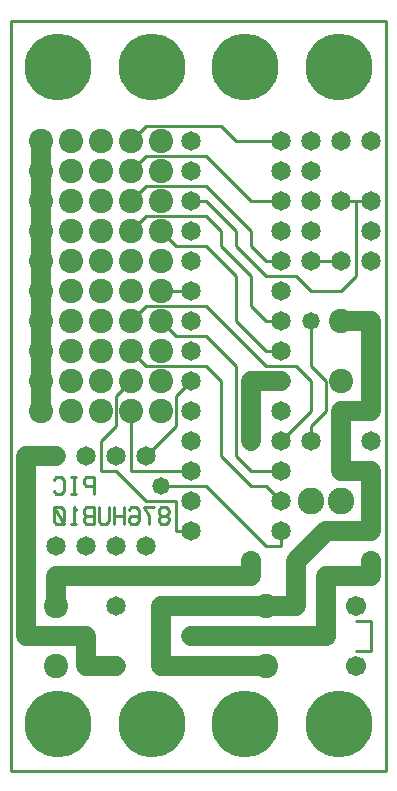
<source format=gbl>
%MOIN*%
%FSLAX25Y25*%
G04 D10 used for Character Trace; *
G04     Circle (OD=.01000) (No hole)*
G04 D11 used for Power Trace; *
G04     Circle (OD=.06700) (No hole)*
G04 D12 used for Signal Trace; *
G04     Circle (OD=.01100) (No hole)*
G04 D13 used for Via; *
G04     Circle (OD=.05800) (Round. Hole ID=.02800)*
G04 D14 used for Component hole; *
G04     Circle (OD=.06500) (Round. Hole ID=.03500)*
G04 D15 used for Component hole; *
G04     Circle (OD=.06700) (Round. Hole ID=.04300)*
G04 D16 used for Component hole; *
G04     Circle (OD=.08100) (Round. Hole ID=.05100)*
G04 D17 used for Component hole; *
G04     Circle (OD=.08900) (Round. Hole ID=.05900)*
G04 D18 used for Component hole; *
G04     Circle (OD=.11300) (Round. Hole ID=.08300)*
G04 D19 used for Component hole; *
G04     Circle (OD=.16000) (Round. Hole ID=.13000)*
G04 D20 used for Component hole; *
G04     Circle (OD=.18300) (Round. Hole ID=.15300)*
G04 D21 used for Component hole; *
G04     Circle (OD=.22291) (Round. Hole ID=.19291)*
%ADD10C,.01000*%
%ADD11C,.06700*%
%ADD12C,.01100*%
%ADD13C,.05800*%
%ADD14C,.06500*%
%ADD15C,.06700*%
%ADD16C,.08100*%
%ADD17C,.08900*%
%ADD18C,.11300*%
%ADD19C,.16000*%
%ADD20C,.18300*%
%ADD21C,.22291*%
%IPPOS*%
%LPD*%
G90*X0Y0D02*D21*X15625Y15625D03*D14*              
X35000Y35000D03*D11*X25000D01*Y45000D01*X5000D01* 
Y105000D01*X15000D01*D14*D03*X25000D03*D10*       
X27511Y92129D02*Y97871D01*X25000D01*              
X24163Y96914D01*Y95957D01*X25000Y95000D01*        
X27511D01*X20837Y92129D02*Y97871D01*              
X21674Y92129D02*X20000D01*X21674Y97871D02*        
X20000D01*X14163Y93086D02*X15000Y92129D01*        
X16674D01*X17511Y93086D01*Y96914D01*              
X16674Y97871D01*X15000D01*X14163Y96914D01*D16*    
X30000Y120000D03*D12*Y100000D02*X35000D01*        
X45000Y90000D01*X55000D01*Y80000D01*X60000D01*D14*
D03*Y90000D03*D12*X85000Y75000D02*X65000Y95000D01*
X85000Y75000D02*X90000D01*Y80000D01*D14*D03*D17*  
X100000Y90000D03*D15*X80000Y70000D03*D11*         
Y65000D01*X15000D01*Y55000D01*D16*D03*D14*        
X35000Y75000D03*X25000D03*X35000Y55000D03*        
X15000Y75000D03*D16*Y35000D03*D10*X51674Y85000D02*
X52511Y85957D01*Y86914D01*X51674Y87871D01*        
X50000D01*X49163Y86914D01*Y85957D01*              
X50000Y85000D01*X51674D01*X52511Y84043D01*        
Y83086D01*X51674Y82129D01*X50000D01*              
X49163Y83086D01*Y84043D01*X50000Y85000D01*        
X47511Y87871D02*X44163D01*X45837Y85000D01*        
Y82129D01*X39163Y86914D02*X40000Y87871D01*        
X41674D01*X42511Y86914D01*Y83086D01*              
X41674Y82129D01*X40000D01*X39163Y83086D01*        
Y84043D01*X40000Y85000D01*X41674D01*              
X42511Y84043D01*X37511Y82129D02*Y87871D01*        
X34163Y82129D02*Y87871D01*X37511Y85000D02*        
X34163D01*X29163Y87871D02*Y83086D01*              
X30000Y82129D01*X31674D01*X32511Y83086D01*        
Y87871D01*X27511Y82129D02*Y87871D01*X25000D01*    
X24163Y86914D01*Y85957D01*X25000Y85000D01*        
X24163Y84043D01*Y83086D01*X25000Y82129D01*        
X27511D01*Y85000D02*X25000D01*X21674Y86914D02*    
X20837Y87871D01*Y82129D01*X21674D02*X20000D01*    
X14163Y83086D02*X15000Y82129D01*X16674D01*        
X17511Y83086D01*Y86914D01*X16674Y87871D01*        
X15000D01*X14163Y86914D01*Y83086D01*              
X17511Y82129D02*X14163Y87871D01*D14*              
X45000Y75000D03*D11*X50000Y35000D02*X85000D01*D16*
D03*D11*Y55000D02*X95000D01*D16*X85000D03*D11*    
X50000D01*Y35000D01*D13*X60000Y45000D03*D11*      
X105000D01*D15*D03*D11*Y65000D01*X120000D01*      
Y70000D01*D15*D03*D11*X105000Y80000D02*X120000D01*
X95000Y70000D02*X105000Y80000D01*X95000Y55000D02* 
Y70000D01*D15*X115000Y35000D03*D12*Y40000D02*     
X120000D01*Y50000D01*X115000D01*D15*Y55000D03*D11*
X120000Y80000D02*Y100000D01*X110000D01*Y120000D01*
X120000D01*Y150000D01*X110000D01*D16*D03*D12*     
X100000Y160000D02*X110000D01*X115000Y165000D01*   
Y190000D01*X110000D01*D14*D03*D12*X115000D02*     
X120000D01*D14*D03*Y180000D03*X100000Y210000D03*  
Y170000D03*D12*X110000D01*D14*D03*                
X100000Y180000D03*D12*Y160000D02*X95000Y165000D01*
X85000D01*X75000Y175000D01*Y180000D01*            
X65000Y190000D01*X60000D01*D14*D03*D12*           
X70000Y180000D02*X65000Y185000D01*                
X70000Y175000D02*Y180000D01*X80000Y165000D02*     
X70000Y175000D01*X80000Y155000D02*Y165000D01*     
X85000Y150000D02*X80000Y155000D01*                
X85000Y150000D02*X90000D01*D14*D03*D12*           
X85000Y140000D02*X90000D01*D14*D03*D12*           
X100000Y130000D02*X95000Y135000D01*               
X100000Y120000D02*Y130000D01*X90000Y110000D02*    
X100000Y120000D01*D14*X90000Y110000D03*D12*       
X80000Y100000D02*X90000D01*D14*D03*D12*Y90000D02* 
X85000Y95000D01*D14*X90000Y90000D03*D12*          
X80000Y95000D02*X85000D01*X80000D02*              
X70000Y105000D01*Y130000D01*X65000Y135000D01*     
X45000D01*X40000Y140000D01*D16*D03*               
X50000Y130000D03*Y150000D03*D12*X55000Y145000D01* 
X65000D01*X75000Y135000D01*Y105000D01*            
X80000Y100000D01*D13*Y110000D03*D11*Y130000D01*   
X90000D01*D14*D03*D12*X85000Y135000D02*X95000D01* 
X85000D02*X65000Y155000D01*X45000D01*             
X40000Y150000D01*D16*D03*X50000Y140000D03*        
Y160000D03*D12*X60000D01*D14*D03*D16*             
X50000Y170000D03*D14*X60000D03*Y150000D03*D12*    
X85000Y140000D02*X75000Y150000D01*Y165000D01*     
X65000Y175000D01*X55000D01*X50000Y180000D01*D16*  
D03*D12*X40000D02*X45000Y185000D01*D16*           
X40000Y180000D03*D12*X45000Y185000D02*X65000D01*  
D14*X60000Y180000D03*D12*X80000D02*               
X65000Y195000D01*X80000Y175000D02*Y180000D01*     
X85000Y170000D02*X80000Y175000D01*                
X85000Y170000D02*X90000D01*D14*D03*Y180000D03*    
Y160000D03*X100000Y190000D03*X90000D03*D12*       
X80000D01*X65000Y205000D01*X45000D01*             
X40000Y200000D01*D16*D03*D12*Y190000D02*          
X45000Y195000D01*D16*X40000Y190000D03*D12*        
X45000Y195000D02*X65000D01*D14*X60000Y200000D03*  
D16*X50000Y210000D03*D12*X75000D02*X90000D01*D14* 
D03*X100000Y200000D03*X90000D03*D12*              
X75000Y210000D02*X70000Y215000D01*X45000D01*      
X40000Y210000D01*D16*D03*X50000Y200000D03*        
X30000D03*Y210000D03*X20000Y190000D03*X30000D03*  
D14*X60000Y210000D03*D16*X20000D03*Y200000D03*    
X50000Y190000D03*D21*X15625Y234375D03*X46875D03*  
D16*X10000Y180000D03*D11*Y170000D01*D16*D03*D11*  
Y160000D01*D16*D03*D11*Y150000D01*D16*D03*D11*    
Y140000D01*D16*D03*D11*Y130000D01*D16*D03*D11*    
Y120000D01*D16*D03*X20000Y130000D03*Y120000D03*   
D12*X30000Y100000D02*Y110000D01*X35000Y115000D01* 
Y125000D01*X40000Y130000D01*D16*D03*              
X50000Y120000D03*X30000Y140000D03*Y130000D03*     
X40000Y120000D03*D12*Y100000D01*X60000D01*D14*D03*
D12*X50000Y95000D02*X65000D01*D13*X50000D03*D14*  
X45000Y105000D03*D12*X55000Y115000D01*Y125000D01* 
X60000Y130000D01*D14*D03*Y140000D03*Y120000D03*   
Y110000D03*X35000Y105000D03*D16*X30000Y160000D03* 
Y150000D03*D14*X90000Y120000D03*D16*              
X40000Y160000D03*X20000Y170000D03*Y160000D03*D14* 
X100000Y110000D03*D12*Y115000D01*                 
X105000Y120000D01*Y130000D01*X100000Y135000D01*   
Y150000D01*D13*D03*D14*X120000Y170000D03*D16*     
X110000Y130000D03*D14*X120000Y110000D03*          
Y210000D03*D16*X40000Y170000D03*D14*              
X110000Y210000D03*D17*Y90000D03*D16*              
X30000Y180000D03*Y170000D03*X20000Y180000D03*     
Y150000D03*Y140000D03*D21*X109375Y234375D03*      
X78125D03*D16*X10000Y210000D03*D11*Y200000D01*D16*
D03*D11*Y190000D01*D16*D03*D11*Y180000D01*D12*    
X0Y0D02*Y250000D01*Y0D02*X125000D01*Y250000D01*   
X0D01*D21*X46875Y15625D03*X78125D03*X109375D03*   
M02*                                              

</source>
